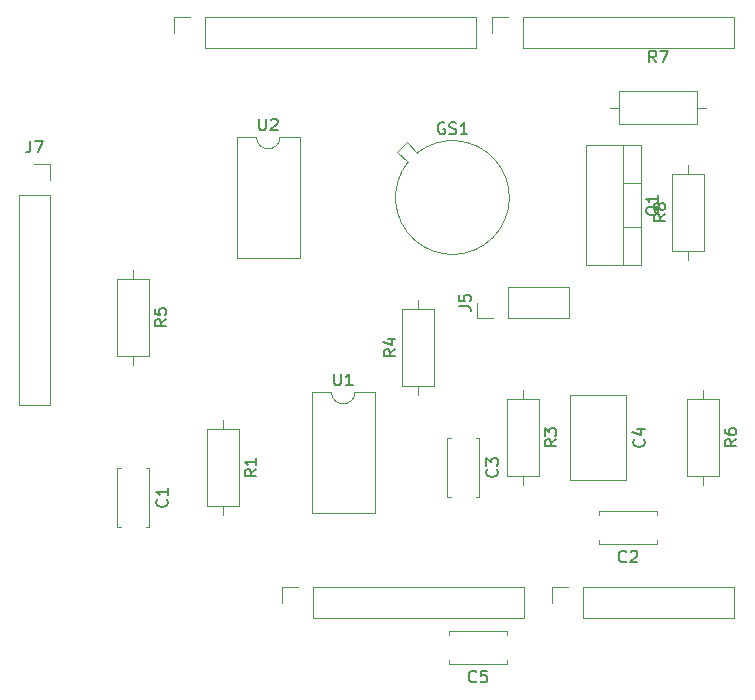
<source format=gbr>
%TF.GenerationSoftware,KiCad,Pcbnew,7.0.9*%
%TF.CreationDate,2023-12-13T07:18:37+01:00*%
%TF.ProjectId,MOSHield,4d4f5348-6965-46c6-942e-6b696361645f,rev?*%
%TF.SameCoordinates,Original*%
%TF.FileFunction,Legend,Top*%
%TF.FilePolarity,Positive*%
%FSLAX46Y46*%
G04 Gerber Fmt 4.6, Leading zero omitted, Abs format (unit mm)*
G04 Created by KiCad (PCBNEW 7.0.9) date 2023-12-13 07:18:37*
%MOMM*%
%LPD*%
G01*
G04 APERTURE LIST*
%ADD10C,0.150000*%
%ADD11C,0.120000*%
G04 APERTURE END LIST*
D10*
X159044819Y-64606666D02*
X158568628Y-64939999D01*
X159044819Y-65178094D02*
X158044819Y-65178094D01*
X158044819Y-65178094D02*
X158044819Y-64797142D01*
X158044819Y-64797142D02*
X158092438Y-64701904D01*
X158092438Y-64701904D02*
X158140057Y-64654285D01*
X158140057Y-64654285D02*
X158235295Y-64606666D01*
X158235295Y-64606666D02*
X158378152Y-64606666D01*
X158378152Y-64606666D02*
X158473390Y-64654285D01*
X158473390Y-64654285D02*
X158521009Y-64701904D01*
X158521009Y-64701904D02*
X158568628Y-64797142D01*
X158568628Y-64797142D02*
X158568628Y-65178094D01*
X158473390Y-64035237D02*
X158425771Y-64130475D01*
X158425771Y-64130475D02*
X158378152Y-64178094D01*
X158378152Y-64178094D02*
X158282914Y-64225713D01*
X158282914Y-64225713D02*
X158235295Y-64225713D01*
X158235295Y-64225713D02*
X158140057Y-64178094D01*
X158140057Y-64178094D02*
X158092438Y-64130475D01*
X158092438Y-64130475D02*
X158044819Y-64035237D01*
X158044819Y-64035237D02*
X158044819Y-63844761D01*
X158044819Y-63844761D02*
X158092438Y-63749523D01*
X158092438Y-63749523D02*
X158140057Y-63701904D01*
X158140057Y-63701904D02*
X158235295Y-63654285D01*
X158235295Y-63654285D02*
X158282914Y-63654285D01*
X158282914Y-63654285D02*
X158378152Y-63701904D01*
X158378152Y-63701904D02*
X158425771Y-63749523D01*
X158425771Y-63749523D02*
X158473390Y-63844761D01*
X158473390Y-63844761D02*
X158473390Y-64035237D01*
X158473390Y-64035237D02*
X158521009Y-64130475D01*
X158521009Y-64130475D02*
X158568628Y-64178094D01*
X158568628Y-64178094D02*
X158663866Y-64225713D01*
X158663866Y-64225713D02*
X158854342Y-64225713D01*
X158854342Y-64225713D02*
X158949580Y-64178094D01*
X158949580Y-64178094D02*
X158997200Y-64130475D01*
X158997200Y-64130475D02*
X159044819Y-64035237D01*
X159044819Y-64035237D02*
X159044819Y-63844761D01*
X159044819Y-63844761D02*
X158997200Y-63749523D01*
X158997200Y-63749523D02*
X158949580Y-63701904D01*
X158949580Y-63701904D02*
X158854342Y-63654285D01*
X158854342Y-63654285D02*
X158663866Y-63654285D01*
X158663866Y-63654285D02*
X158568628Y-63701904D01*
X158568628Y-63701904D02*
X158521009Y-63749523D01*
X158521009Y-63749523D02*
X158473390Y-63844761D01*
X143013333Y-104129580D02*
X142965714Y-104177200D01*
X142965714Y-104177200D02*
X142822857Y-104224819D01*
X142822857Y-104224819D02*
X142727619Y-104224819D01*
X142727619Y-104224819D02*
X142584762Y-104177200D01*
X142584762Y-104177200D02*
X142489524Y-104081961D01*
X142489524Y-104081961D02*
X142441905Y-103986723D01*
X142441905Y-103986723D02*
X142394286Y-103796247D01*
X142394286Y-103796247D02*
X142394286Y-103653390D01*
X142394286Y-103653390D02*
X142441905Y-103462914D01*
X142441905Y-103462914D02*
X142489524Y-103367676D01*
X142489524Y-103367676D02*
X142584762Y-103272438D01*
X142584762Y-103272438D02*
X142727619Y-103224819D01*
X142727619Y-103224819D02*
X142822857Y-103224819D01*
X142822857Y-103224819D02*
X142965714Y-103272438D01*
X142965714Y-103272438D02*
X143013333Y-103320057D01*
X143918095Y-103224819D02*
X143441905Y-103224819D01*
X143441905Y-103224819D02*
X143394286Y-103701009D01*
X143394286Y-103701009D02*
X143441905Y-103653390D01*
X143441905Y-103653390D02*
X143537143Y-103605771D01*
X143537143Y-103605771D02*
X143775238Y-103605771D01*
X143775238Y-103605771D02*
X143870476Y-103653390D01*
X143870476Y-103653390D02*
X143918095Y-103701009D01*
X143918095Y-103701009D02*
X143965714Y-103796247D01*
X143965714Y-103796247D02*
X143965714Y-104034342D01*
X143965714Y-104034342D02*
X143918095Y-104129580D01*
X143918095Y-104129580D02*
X143870476Y-104177200D01*
X143870476Y-104177200D02*
X143775238Y-104224819D01*
X143775238Y-104224819D02*
X143537143Y-104224819D01*
X143537143Y-104224819D02*
X143441905Y-104177200D01*
X143441905Y-104177200D02*
X143394286Y-104129580D01*
X155713333Y-93969580D02*
X155665714Y-94017200D01*
X155665714Y-94017200D02*
X155522857Y-94064819D01*
X155522857Y-94064819D02*
X155427619Y-94064819D01*
X155427619Y-94064819D02*
X155284762Y-94017200D01*
X155284762Y-94017200D02*
X155189524Y-93921961D01*
X155189524Y-93921961D02*
X155141905Y-93826723D01*
X155141905Y-93826723D02*
X155094286Y-93636247D01*
X155094286Y-93636247D02*
X155094286Y-93493390D01*
X155094286Y-93493390D02*
X155141905Y-93302914D01*
X155141905Y-93302914D02*
X155189524Y-93207676D01*
X155189524Y-93207676D02*
X155284762Y-93112438D01*
X155284762Y-93112438D02*
X155427619Y-93064819D01*
X155427619Y-93064819D02*
X155522857Y-93064819D01*
X155522857Y-93064819D02*
X155665714Y-93112438D01*
X155665714Y-93112438D02*
X155713333Y-93160057D01*
X156094286Y-93160057D02*
X156141905Y-93112438D01*
X156141905Y-93112438D02*
X156237143Y-93064819D01*
X156237143Y-93064819D02*
X156475238Y-93064819D01*
X156475238Y-93064819D02*
X156570476Y-93112438D01*
X156570476Y-93112438D02*
X156618095Y-93160057D01*
X156618095Y-93160057D02*
X156665714Y-93255295D01*
X156665714Y-93255295D02*
X156665714Y-93350533D01*
X156665714Y-93350533D02*
X156618095Y-93493390D01*
X156618095Y-93493390D02*
X156046667Y-94064819D01*
X156046667Y-94064819D02*
X156665714Y-94064819D01*
X130998095Y-78084819D02*
X130998095Y-78894342D01*
X130998095Y-78894342D02*
X131045714Y-78989580D01*
X131045714Y-78989580D02*
X131093333Y-79037200D01*
X131093333Y-79037200D02*
X131188571Y-79084819D01*
X131188571Y-79084819D02*
X131379047Y-79084819D01*
X131379047Y-79084819D02*
X131474285Y-79037200D01*
X131474285Y-79037200D02*
X131521904Y-78989580D01*
X131521904Y-78989580D02*
X131569523Y-78894342D01*
X131569523Y-78894342D02*
X131569523Y-78084819D01*
X132569523Y-79084819D02*
X131998095Y-79084819D01*
X132283809Y-79084819D02*
X132283809Y-78084819D01*
X132283809Y-78084819D02*
X132188571Y-78227676D01*
X132188571Y-78227676D02*
X132093333Y-78322914D01*
X132093333Y-78322914D02*
X131998095Y-78370533D01*
X105279666Y-58345819D02*
X105279666Y-59060104D01*
X105279666Y-59060104D02*
X105232047Y-59202961D01*
X105232047Y-59202961D02*
X105136809Y-59298200D01*
X105136809Y-59298200D02*
X104993952Y-59345819D01*
X104993952Y-59345819D02*
X104898714Y-59345819D01*
X105660619Y-58345819D02*
X106327285Y-58345819D01*
X106327285Y-58345819D02*
X105898714Y-59345819D01*
X124414819Y-86196666D02*
X123938628Y-86529999D01*
X124414819Y-86768094D02*
X123414819Y-86768094D01*
X123414819Y-86768094D02*
X123414819Y-86387142D01*
X123414819Y-86387142D02*
X123462438Y-86291904D01*
X123462438Y-86291904D02*
X123510057Y-86244285D01*
X123510057Y-86244285D02*
X123605295Y-86196666D01*
X123605295Y-86196666D02*
X123748152Y-86196666D01*
X123748152Y-86196666D02*
X123843390Y-86244285D01*
X123843390Y-86244285D02*
X123891009Y-86291904D01*
X123891009Y-86291904D02*
X123938628Y-86387142D01*
X123938628Y-86387142D02*
X123938628Y-86768094D01*
X124414819Y-85244285D02*
X124414819Y-85815713D01*
X124414819Y-85529999D02*
X123414819Y-85529999D01*
X123414819Y-85529999D02*
X123557676Y-85625237D01*
X123557676Y-85625237D02*
X123652914Y-85720475D01*
X123652914Y-85720475D02*
X123700533Y-85815713D01*
X158253333Y-51729819D02*
X157920000Y-51253628D01*
X157681905Y-51729819D02*
X157681905Y-50729819D01*
X157681905Y-50729819D02*
X158062857Y-50729819D01*
X158062857Y-50729819D02*
X158158095Y-50777438D01*
X158158095Y-50777438D02*
X158205714Y-50825057D01*
X158205714Y-50825057D02*
X158253333Y-50920295D01*
X158253333Y-50920295D02*
X158253333Y-51063152D01*
X158253333Y-51063152D02*
X158205714Y-51158390D01*
X158205714Y-51158390D02*
X158158095Y-51206009D01*
X158158095Y-51206009D02*
X158062857Y-51253628D01*
X158062857Y-51253628D02*
X157681905Y-51253628D01*
X158586667Y-50729819D02*
X159253333Y-50729819D01*
X159253333Y-50729819D02*
X158824762Y-51729819D01*
X116829580Y-88736666D02*
X116877200Y-88784285D01*
X116877200Y-88784285D02*
X116924819Y-88927142D01*
X116924819Y-88927142D02*
X116924819Y-89022380D01*
X116924819Y-89022380D02*
X116877200Y-89165237D01*
X116877200Y-89165237D02*
X116781961Y-89260475D01*
X116781961Y-89260475D02*
X116686723Y-89308094D01*
X116686723Y-89308094D02*
X116496247Y-89355713D01*
X116496247Y-89355713D02*
X116353390Y-89355713D01*
X116353390Y-89355713D02*
X116162914Y-89308094D01*
X116162914Y-89308094D02*
X116067676Y-89260475D01*
X116067676Y-89260475D02*
X115972438Y-89165237D01*
X115972438Y-89165237D02*
X115924819Y-89022380D01*
X115924819Y-89022380D02*
X115924819Y-88927142D01*
X115924819Y-88927142D02*
X115972438Y-88784285D01*
X115972438Y-88784285D02*
X116020057Y-88736666D01*
X116924819Y-87784285D02*
X116924819Y-88355713D01*
X116924819Y-88069999D02*
X115924819Y-88069999D01*
X115924819Y-88069999D02*
X116067676Y-88165237D01*
X116067676Y-88165237D02*
X116162914Y-88260475D01*
X116162914Y-88260475D02*
X116210533Y-88355713D01*
X158485057Y-63900238D02*
X158437438Y-63995476D01*
X158437438Y-63995476D02*
X158342200Y-64090714D01*
X158342200Y-64090714D02*
X158199342Y-64233571D01*
X158199342Y-64233571D02*
X158151723Y-64328809D01*
X158151723Y-64328809D02*
X158151723Y-64424047D01*
X158389819Y-64376428D02*
X158342200Y-64471666D01*
X158342200Y-64471666D02*
X158246961Y-64566904D01*
X158246961Y-64566904D02*
X158056485Y-64614523D01*
X158056485Y-64614523D02*
X157723152Y-64614523D01*
X157723152Y-64614523D02*
X157532676Y-64566904D01*
X157532676Y-64566904D02*
X157437438Y-64471666D01*
X157437438Y-64471666D02*
X157389819Y-64376428D01*
X157389819Y-64376428D02*
X157389819Y-64185952D01*
X157389819Y-64185952D02*
X157437438Y-64090714D01*
X157437438Y-64090714D02*
X157532676Y-63995476D01*
X157532676Y-63995476D02*
X157723152Y-63947857D01*
X157723152Y-63947857D02*
X158056485Y-63947857D01*
X158056485Y-63947857D02*
X158246961Y-63995476D01*
X158246961Y-63995476D02*
X158342200Y-64090714D01*
X158342200Y-64090714D02*
X158389819Y-64185952D01*
X158389819Y-64185952D02*
X158389819Y-64376428D01*
X158389819Y-62995476D02*
X158389819Y-63566904D01*
X158389819Y-63281190D02*
X157389819Y-63281190D01*
X157389819Y-63281190D02*
X157532676Y-63376428D01*
X157532676Y-63376428D02*
X157627914Y-63471666D01*
X157627914Y-63471666D02*
X157675533Y-63566904D01*
X141574819Y-72393333D02*
X142289104Y-72393333D01*
X142289104Y-72393333D02*
X142431961Y-72440952D01*
X142431961Y-72440952D02*
X142527200Y-72536190D01*
X142527200Y-72536190D02*
X142574819Y-72679047D01*
X142574819Y-72679047D02*
X142574819Y-72774285D01*
X141574819Y-71440952D02*
X141574819Y-71917142D01*
X141574819Y-71917142D02*
X142051009Y-71964761D01*
X142051009Y-71964761D02*
X142003390Y-71917142D01*
X142003390Y-71917142D02*
X141955771Y-71821904D01*
X141955771Y-71821904D02*
X141955771Y-71583809D01*
X141955771Y-71583809D02*
X142003390Y-71488571D01*
X142003390Y-71488571D02*
X142051009Y-71440952D01*
X142051009Y-71440952D02*
X142146247Y-71393333D01*
X142146247Y-71393333D02*
X142384342Y-71393333D01*
X142384342Y-71393333D02*
X142479580Y-71440952D01*
X142479580Y-71440952D02*
X142527200Y-71488571D01*
X142527200Y-71488571D02*
X142574819Y-71583809D01*
X142574819Y-71583809D02*
X142574819Y-71821904D01*
X142574819Y-71821904D02*
X142527200Y-71917142D01*
X142527200Y-71917142D02*
X142479580Y-71964761D01*
X140317193Y-56852438D02*
X140221955Y-56804819D01*
X140221955Y-56804819D02*
X140079098Y-56804819D01*
X140079098Y-56804819D02*
X139936241Y-56852438D01*
X139936241Y-56852438D02*
X139841003Y-56947676D01*
X139841003Y-56947676D02*
X139793384Y-57042914D01*
X139793384Y-57042914D02*
X139745765Y-57233390D01*
X139745765Y-57233390D02*
X139745765Y-57376247D01*
X139745765Y-57376247D02*
X139793384Y-57566723D01*
X139793384Y-57566723D02*
X139841003Y-57661961D01*
X139841003Y-57661961D02*
X139936241Y-57757200D01*
X139936241Y-57757200D02*
X140079098Y-57804819D01*
X140079098Y-57804819D02*
X140174336Y-57804819D01*
X140174336Y-57804819D02*
X140317193Y-57757200D01*
X140317193Y-57757200D02*
X140364812Y-57709580D01*
X140364812Y-57709580D02*
X140364812Y-57376247D01*
X140364812Y-57376247D02*
X140174336Y-57376247D01*
X140745765Y-57757200D02*
X140888622Y-57804819D01*
X140888622Y-57804819D02*
X141126717Y-57804819D01*
X141126717Y-57804819D02*
X141221955Y-57757200D01*
X141221955Y-57757200D02*
X141269574Y-57709580D01*
X141269574Y-57709580D02*
X141317193Y-57614342D01*
X141317193Y-57614342D02*
X141317193Y-57519104D01*
X141317193Y-57519104D02*
X141269574Y-57423866D01*
X141269574Y-57423866D02*
X141221955Y-57376247D01*
X141221955Y-57376247D02*
X141126717Y-57328628D01*
X141126717Y-57328628D02*
X140936241Y-57281009D01*
X140936241Y-57281009D02*
X140841003Y-57233390D01*
X140841003Y-57233390D02*
X140793384Y-57185771D01*
X140793384Y-57185771D02*
X140745765Y-57090533D01*
X140745765Y-57090533D02*
X140745765Y-56995295D01*
X140745765Y-56995295D02*
X140793384Y-56900057D01*
X140793384Y-56900057D02*
X140841003Y-56852438D01*
X140841003Y-56852438D02*
X140936241Y-56804819D01*
X140936241Y-56804819D02*
X141174336Y-56804819D01*
X141174336Y-56804819D02*
X141317193Y-56852438D01*
X142269574Y-57804819D02*
X141698146Y-57804819D01*
X141983860Y-57804819D02*
X141983860Y-56804819D01*
X141983860Y-56804819D02*
X141888622Y-56947676D01*
X141888622Y-56947676D02*
X141793384Y-57042914D01*
X141793384Y-57042914D02*
X141698146Y-57090533D01*
X149814819Y-83656666D02*
X149338628Y-83989999D01*
X149814819Y-84228094D02*
X148814819Y-84228094D01*
X148814819Y-84228094D02*
X148814819Y-83847142D01*
X148814819Y-83847142D02*
X148862438Y-83751904D01*
X148862438Y-83751904D02*
X148910057Y-83704285D01*
X148910057Y-83704285D02*
X149005295Y-83656666D01*
X149005295Y-83656666D02*
X149148152Y-83656666D01*
X149148152Y-83656666D02*
X149243390Y-83704285D01*
X149243390Y-83704285D02*
X149291009Y-83751904D01*
X149291009Y-83751904D02*
X149338628Y-83847142D01*
X149338628Y-83847142D02*
X149338628Y-84228094D01*
X148814819Y-83323332D02*
X148814819Y-82704285D01*
X148814819Y-82704285D02*
X149195771Y-83037618D01*
X149195771Y-83037618D02*
X149195771Y-82894761D01*
X149195771Y-82894761D02*
X149243390Y-82799523D01*
X149243390Y-82799523D02*
X149291009Y-82751904D01*
X149291009Y-82751904D02*
X149386247Y-82704285D01*
X149386247Y-82704285D02*
X149624342Y-82704285D01*
X149624342Y-82704285D02*
X149719580Y-82751904D01*
X149719580Y-82751904D02*
X149767200Y-82799523D01*
X149767200Y-82799523D02*
X149814819Y-82894761D01*
X149814819Y-82894761D02*
X149814819Y-83180475D01*
X149814819Y-83180475D02*
X149767200Y-83275713D01*
X149767200Y-83275713D02*
X149719580Y-83323332D01*
X124648095Y-56494819D02*
X124648095Y-57304342D01*
X124648095Y-57304342D02*
X124695714Y-57399580D01*
X124695714Y-57399580D02*
X124743333Y-57447200D01*
X124743333Y-57447200D02*
X124838571Y-57494819D01*
X124838571Y-57494819D02*
X125029047Y-57494819D01*
X125029047Y-57494819D02*
X125124285Y-57447200D01*
X125124285Y-57447200D02*
X125171904Y-57399580D01*
X125171904Y-57399580D02*
X125219523Y-57304342D01*
X125219523Y-57304342D02*
X125219523Y-56494819D01*
X125648095Y-56590057D02*
X125695714Y-56542438D01*
X125695714Y-56542438D02*
X125790952Y-56494819D01*
X125790952Y-56494819D02*
X126029047Y-56494819D01*
X126029047Y-56494819D02*
X126124285Y-56542438D01*
X126124285Y-56542438D02*
X126171904Y-56590057D01*
X126171904Y-56590057D02*
X126219523Y-56685295D01*
X126219523Y-56685295D02*
X126219523Y-56780533D01*
X126219523Y-56780533D02*
X126171904Y-56923390D01*
X126171904Y-56923390D02*
X125600476Y-57494819D01*
X125600476Y-57494819D02*
X126219523Y-57494819D01*
X165054819Y-83656666D02*
X164578628Y-83989999D01*
X165054819Y-84228094D02*
X164054819Y-84228094D01*
X164054819Y-84228094D02*
X164054819Y-83847142D01*
X164054819Y-83847142D02*
X164102438Y-83751904D01*
X164102438Y-83751904D02*
X164150057Y-83704285D01*
X164150057Y-83704285D02*
X164245295Y-83656666D01*
X164245295Y-83656666D02*
X164388152Y-83656666D01*
X164388152Y-83656666D02*
X164483390Y-83704285D01*
X164483390Y-83704285D02*
X164531009Y-83751904D01*
X164531009Y-83751904D02*
X164578628Y-83847142D01*
X164578628Y-83847142D02*
X164578628Y-84228094D01*
X164054819Y-82799523D02*
X164054819Y-82989999D01*
X164054819Y-82989999D02*
X164102438Y-83085237D01*
X164102438Y-83085237D02*
X164150057Y-83132856D01*
X164150057Y-83132856D02*
X164292914Y-83228094D01*
X164292914Y-83228094D02*
X164483390Y-83275713D01*
X164483390Y-83275713D02*
X164864342Y-83275713D01*
X164864342Y-83275713D02*
X164959580Y-83228094D01*
X164959580Y-83228094D02*
X165007200Y-83180475D01*
X165007200Y-83180475D02*
X165054819Y-83085237D01*
X165054819Y-83085237D02*
X165054819Y-82894761D01*
X165054819Y-82894761D02*
X165007200Y-82799523D01*
X165007200Y-82799523D02*
X164959580Y-82751904D01*
X164959580Y-82751904D02*
X164864342Y-82704285D01*
X164864342Y-82704285D02*
X164626247Y-82704285D01*
X164626247Y-82704285D02*
X164531009Y-82751904D01*
X164531009Y-82751904D02*
X164483390Y-82799523D01*
X164483390Y-82799523D02*
X164435771Y-82894761D01*
X164435771Y-82894761D02*
X164435771Y-83085237D01*
X164435771Y-83085237D02*
X164483390Y-83180475D01*
X164483390Y-83180475D02*
X164531009Y-83228094D01*
X164531009Y-83228094D02*
X164626247Y-83275713D01*
X116794819Y-73496666D02*
X116318628Y-73829999D01*
X116794819Y-74068094D02*
X115794819Y-74068094D01*
X115794819Y-74068094D02*
X115794819Y-73687142D01*
X115794819Y-73687142D02*
X115842438Y-73591904D01*
X115842438Y-73591904D02*
X115890057Y-73544285D01*
X115890057Y-73544285D02*
X115985295Y-73496666D01*
X115985295Y-73496666D02*
X116128152Y-73496666D01*
X116128152Y-73496666D02*
X116223390Y-73544285D01*
X116223390Y-73544285D02*
X116271009Y-73591904D01*
X116271009Y-73591904D02*
X116318628Y-73687142D01*
X116318628Y-73687142D02*
X116318628Y-74068094D01*
X115794819Y-72591904D02*
X115794819Y-73068094D01*
X115794819Y-73068094D02*
X116271009Y-73115713D01*
X116271009Y-73115713D02*
X116223390Y-73068094D01*
X116223390Y-73068094D02*
X116175771Y-72972856D01*
X116175771Y-72972856D02*
X116175771Y-72734761D01*
X116175771Y-72734761D02*
X116223390Y-72639523D01*
X116223390Y-72639523D02*
X116271009Y-72591904D01*
X116271009Y-72591904D02*
X116366247Y-72544285D01*
X116366247Y-72544285D02*
X116604342Y-72544285D01*
X116604342Y-72544285D02*
X116699580Y-72591904D01*
X116699580Y-72591904D02*
X116747200Y-72639523D01*
X116747200Y-72639523D02*
X116794819Y-72734761D01*
X116794819Y-72734761D02*
X116794819Y-72972856D01*
X116794819Y-72972856D02*
X116747200Y-73068094D01*
X116747200Y-73068094D02*
X116699580Y-73115713D01*
X157199580Y-83656666D02*
X157247200Y-83704285D01*
X157247200Y-83704285D02*
X157294819Y-83847142D01*
X157294819Y-83847142D02*
X157294819Y-83942380D01*
X157294819Y-83942380D02*
X157247200Y-84085237D01*
X157247200Y-84085237D02*
X157151961Y-84180475D01*
X157151961Y-84180475D02*
X157056723Y-84228094D01*
X157056723Y-84228094D02*
X156866247Y-84275713D01*
X156866247Y-84275713D02*
X156723390Y-84275713D01*
X156723390Y-84275713D02*
X156532914Y-84228094D01*
X156532914Y-84228094D02*
X156437676Y-84180475D01*
X156437676Y-84180475D02*
X156342438Y-84085237D01*
X156342438Y-84085237D02*
X156294819Y-83942380D01*
X156294819Y-83942380D02*
X156294819Y-83847142D01*
X156294819Y-83847142D02*
X156342438Y-83704285D01*
X156342438Y-83704285D02*
X156390057Y-83656666D01*
X156628152Y-82799523D02*
X157294819Y-82799523D01*
X156247200Y-83037618D02*
X156961485Y-83275713D01*
X156961485Y-83275713D02*
X156961485Y-82656666D01*
X144769580Y-86196666D02*
X144817200Y-86244285D01*
X144817200Y-86244285D02*
X144864819Y-86387142D01*
X144864819Y-86387142D02*
X144864819Y-86482380D01*
X144864819Y-86482380D02*
X144817200Y-86625237D01*
X144817200Y-86625237D02*
X144721961Y-86720475D01*
X144721961Y-86720475D02*
X144626723Y-86768094D01*
X144626723Y-86768094D02*
X144436247Y-86815713D01*
X144436247Y-86815713D02*
X144293390Y-86815713D01*
X144293390Y-86815713D02*
X144102914Y-86768094D01*
X144102914Y-86768094D02*
X144007676Y-86720475D01*
X144007676Y-86720475D02*
X143912438Y-86625237D01*
X143912438Y-86625237D02*
X143864819Y-86482380D01*
X143864819Y-86482380D02*
X143864819Y-86387142D01*
X143864819Y-86387142D02*
X143912438Y-86244285D01*
X143912438Y-86244285D02*
X143960057Y-86196666D01*
X143864819Y-85863332D02*
X143864819Y-85244285D01*
X143864819Y-85244285D02*
X144245771Y-85577618D01*
X144245771Y-85577618D02*
X144245771Y-85434761D01*
X144245771Y-85434761D02*
X144293390Y-85339523D01*
X144293390Y-85339523D02*
X144341009Y-85291904D01*
X144341009Y-85291904D02*
X144436247Y-85244285D01*
X144436247Y-85244285D02*
X144674342Y-85244285D01*
X144674342Y-85244285D02*
X144769580Y-85291904D01*
X144769580Y-85291904D02*
X144817200Y-85339523D01*
X144817200Y-85339523D02*
X144864819Y-85434761D01*
X144864819Y-85434761D02*
X144864819Y-85720475D01*
X144864819Y-85720475D02*
X144817200Y-85815713D01*
X144817200Y-85815713D02*
X144769580Y-85863332D01*
X136184819Y-76036666D02*
X135708628Y-76369999D01*
X136184819Y-76608094D02*
X135184819Y-76608094D01*
X135184819Y-76608094D02*
X135184819Y-76227142D01*
X135184819Y-76227142D02*
X135232438Y-76131904D01*
X135232438Y-76131904D02*
X135280057Y-76084285D01*
X135280057Y-76084285D02*
X135375295Y-76036666D01*
X135375295Y-76036666D02*
X135518152Y-76036666D01*
X135518152Y-76036666D02*
X135613390Y-76084285D01*
X135613390Y-76084285D02*
X135661009Y-76131904D01*
X135661009Y-76131904D02*
X135708628Y-76227142D01*
X135708628Y-76227142D02*
X135708628Y-76608094D01*
X135518152Y-75179523D02*
X136184819Y-75179523D01*
X135137200Y-75417618D02*
X135851485Y-75655713D01*
X135851485Y-75655713D02*
X135851485Y-75036666D01*
D11*
%TO.C,J1*%
X129210000Y-98790000D02*
X147050000Y-98790000D01*
X129210000Y-98790000D02*
X129210000Y-96130000D01*
X147050000Y-98790000D02*
X147050000Y-96130000D01*
X126610000Y-97460000D02*
X126610000Y-96130000D01*
X126610000Y-96130000D02*
X127940000Y-96130000D01*
X129210000Y-96130000D02*
X147050000Y-96130000D01*
%TO.C,J3*%
X152070000Y-98790000D02*
X164830000Y-98790000D01*
X152070000Y-98790000D02*
X152070000Y-96130000D01*
X164830000Y-98790000D02*
X164830000Y-96130000D01*
X149470000Y-97460000D02*
X149470000Y-96130000D01*
X149470000Y-96130000D02*
X150800000Y-96130000D01*
X152070000Y-96130000D02*
X164830000Y-96130000D01*
%TO.C,J2*%
X120066000Y-50530000D02*
X142986000Y-50530000D01*
X120066000Y-50530000D02*
X120066000Y-47870000D01*
X142986000Y-50530000D02*
X142986000Y-47870000D01*
X117466000Y-49200000D02*
X117466000Y-47870000D01*
X117466000Y-47870000D02*
X118796000Y-47870000D01*
X120066000Y-47870000D02*
X142986000Y-47870000D01*
%TO.C,J4*%
X146990000Y-50530000D02*
X164830000Y-50530000D01*
X146990000Y-50530000D02*
X146990000Y-47870000D01*
X164830000Y-50530000D02*
X164830000Y-47870000D01*
X144390000Y-49200000D02*
X144390000Y-47870000D01*
X144390000Y-47870000D02*
X145720000Y-47870000D01*
X146990000Y-47870000D02*
X164830000Y-47870000D01*
%TO.C,R8*%
X160960000Y-68480000D02*
X160960000Y-67710000D01*
X159590000Y-67710000D02*
X162330000Y-67710000D01*
X162330000Y-67710000D02*
X162330000Y-61170000D01*
X159590000Y-61170000D02*
X159590000Y-67710000D01*
X162330000Y-61170000D02*
X159590000Y-61170000D01*
X160960000Y-60400000D02*
X160960000Y-61170000D01*
%TO.C,C5*%
X145650000Y-102640000D02*
X145650000Y-102325000D01*
X145650000Y-102640000D02*
X140710000Y-102640000D01*
X145650000Y-100215000D02*
X145650000Y-99900000D01*
X145650000Y-99900000D02*
X140710000Y-99900000D01*
X140710000Y-102640000D02*
X140710000Y-102325000D01*
X140710000Y-100215000D02*
X140710000Y-99900000D01*
%TO.C,C2*%
X158350000Y-92480000D02*
X158350000Y-92165000D01*
X158350000Y-92480000D02*
X153410000Y-92480000D01*
X158350000Y-90055000D02*
X158350000Y-89740000D01*
X158350000Y-89740000D02*
X153410000Y-89740000D01*
X153410000Y-92480000D02*
X153410000Y-92165000D01*
X153410000Y-90055000D02*
X153410000Y-89740000D01*
%TO.C,U1*%
X129110000Y-79630000D02*
X129110000Y-89910000D01*
X129110000Y-89910000D02*
X134410000Y-89910000D01*
X130760000Y-79630000D02*
X129110000Y-79630000D01*
X134410000Y-79630000D02*
X132760000Y-79630000D01*
X134410000Y-89910000D02*
X134410000Y-79630000D01*
X130760000Y-79630000D02*
G75*
G03*
X132760000Y-79630000I1000000J0D01*
G01*
%TO.C,J7*%
X104283000Y-62931000D02*
X104283000Y-80771000D01*
X104283000Y-62931000D02*
X106943000Y-62931000D01*
X104283000Y-80771000D02*
X106943000Y-80771000D01*
X105613000Y-60331000D02*
X106943000Y-60331000D01*
X106943000Y-60331000D02*
X106943000Y-61661000D01*
X106943000Y-62931000D02*
X106943000Y-80771000D01*
%TO.C,R1*%
X121590000Y-81990000D02*
X121590000Y-82760000D01*
X122960000Y-82760000D02*
X120220000Y-82760000D01*
X120220000Y-82760000D02*
X120220000Y-89300000D01*
X122960000Y-89300000D02*
X122960000Y-82760000D01*
X120220000Y-89300000D02*
X122960000Y-89300000D01*
X121590000Y-90070000D02*
X121590000Y-89300000D01*
%TO.C,R7*%
X154380000Y-55550000D02*
X155150000Y-55550000D01*
X155150000Y-54180000D02*
X155150000Y-56920000D01*
X155150000Y-56920000D02*
X161690000Y-56920000D01*
X161690000Y-54180000D02*
X155150000Y-54180000D01*
X161690000Y-56920000D02*
X161690000Y-54180000D01*
X162460000Y-55550000D02*
X161690000Y-55550000D01*
%TO.C,C1*%
X115340000Y-86100000D02*
X115025000Y-86100000D01*
X115340000Y-86100000D02*
X115340000Y-91040000D01*
X112915000Y-86100000D02*
X112600000Y-86100000D01*
X112600000Y-86100000D02*
X112600000Y-91040000D01*
X115340000Y-91040000D02*
X115025000Y-91040000D01*
X112915000Y-91040000D02*
X112600000Y-91040000D01*
%TO.C,Q1*%
X156935000Y-58685000D02*
X152294000Y-58685000D01*
X156935000Y-58685000D02*
X156935000Y-68925000D01*
X155425000Y-58685000D02*
X155425000Y-68925000D01*
X152294000Y-58685000D02*
X152294000Y-68925000D01*
X156935000Y-61955000D02*
X155425000Y-61955000D01*
X156935000Y-65656000D02*
X155425000Y-65656000D01*
X156935000Y-68925000D02*
X152294000Y-68925000D01*
%TO.C,J5*%
X143120000Y-73390000D02*
X143120000Y-72060000D01*
X144450000Y-73390000D02*
X143120000Y-73390000D01*
X145720000Y-73390000D02*
X150860000Y-73390000D01*
X145720000Y-73390000D02*
X145720000Y-70730000D01*
X150860000Y-73390000D02*
X150860000Y-70730000D01*
X145720000Y-70730000D02*
X150860000Y-70730000D01*
%TO.C,GS1*%
X136341814Y-59281961D02*
X137232768Y-60172916D01*
X137119631Y-58504144D02*
X136341814Y-59281961D01*
X138010586Y-59395098D02*
X137119631Y-58504144D01*
X137232997Y-60172629D02*
G75*
G03*
X138010586Y-59395099I3774673J-2997371D01*
G01*
%TO.C,R3*%
X146990000Y-79450000D02*
X146990000Y-80220000D01*
X148360000Y-80220000D02*
X145620000Y-80220000D01*
X145620000Y-80220000D02*
X145620000Y-86760000D01*
X148360000Y-86760000D02*
X148360000Y-80220000D01*
X145620000Y-86760000D02*
X148360000Y-86760000D01*
X146990000Y-87530000D02*
X146990000Y-86760000D01*
%TO.C,U2*%
X122760000Y-58040000D02*
X122760000Y-68320000D01*
X122760000Y-68320000D02*
X128060000Y-68320000D01*
X124410000Y-58040000D02*
X122760000Y-58040000D01*
X128060000Y-58040000D02*
X126410000Y-58040000D01*
X128060000Y-68320000D02*
X128060000Y-58040000D01*
X124410000Y-58040000D02*
G75*
G03*
X126410000Y-58040000I1000000J0D01*
G01*
%TO.C,R6*%
X162230000Y-79450000D02*
X162230000Y-80220000D01*
X163600000Y-80220000D02*
X160860000Y-80220000D01*
X160860000Y-80220000D02*
X160860000Y-86760000D01*
X163600000Y-86760000D02*
X163600000Y-80220000D01*
X160860000Y-86760000D02*
X163600000Y-86760000D01*
X162230000Y-87530000D02*
X162230000Y-86760000D01*
%TO.C,R5*%
X113970000Y-69290000D02*
X113970000Y-70060000D01*
X115340000Y-70060000D02*
X112600000Y-70060000D01*
X112600000Y-70060000D02*
X112600000Y-76600000D01*
X115340000Y-76600000D02*
X115340000Y-70060000D01*
X112600000Y-76600000D02*
X115340000Y-76600000D01*
X113970000Y-77370000D02*
X113970000Y-76600000D01*
%TO.C,C4*%
X155710000Y-79870000D02*
X150970000Y-79870000D01*
X155710000Y-79870000D02*
X155710000Y-87110000D01*
X150970000Y-79870000D02*
X150970000Y-87110000D01*
X155710000Y-87110000D02*
X150970000Y-87110000D01*
%TO.C,C3*%
X143280000Y-83560000D02*
X142965000Y-83560000D01*
X143280000Y-83560000D02*
X143280000Y-88500000D01*
X140855000Y-83560000D02*
X140540000Y-83560000D01*
X140540000Y-83560000D02*
X140540000Y-88500000D01*
X143280000Y-88500000D02*
X142965000Y-88500000D01*
X140855000Y-88500000D02*
X140540000Y-88500000D01*
%TO.C,R4*%
X138100000Y-79910000D02*
X138100000Y-79140000D01*
X136730000Y-79140000D02*
X139470000Y-79140000D01*
X139470000Y-79140000D02*
X139470000Y-72600000D01*
X136730000Y-72600000D02*
X136730000Y-79140000D01*
X139470000Y-72600000D02*
X136730000Y-72600000D01*
X138100000Y-71830000D02*
X138100000Y-72600000D01*
%TD*%
M02*

</source>
